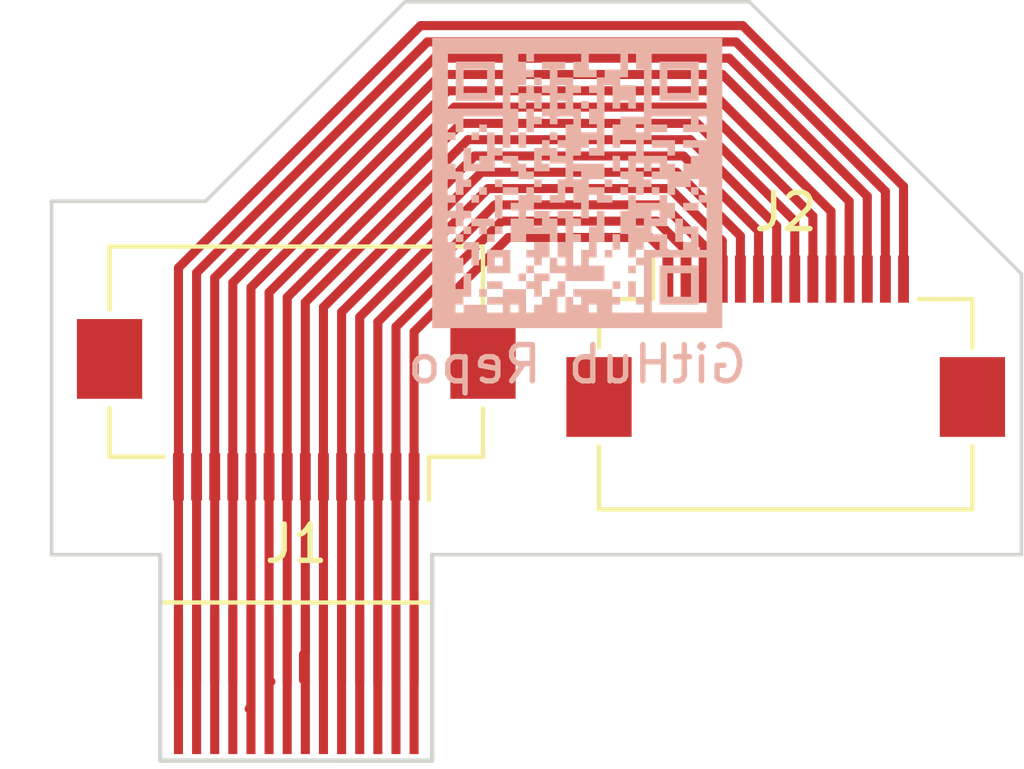
<source format=kicad_pcb>
(kicad_pcb (version 20211014) (generator pcbnew)
  (layers (0 "F.Cu" signal) (31 "B.Cu" signal) (34 "B.Paste" user) (35 "F.Paste" user) (36 "B.SilkS" user "B.Silkscreen") (37 "F.SilkS" user "F.Silkscreen") (38 "B.Mask" user) (39 "F.Mask" user) (44 "Edge.Cuts" user))
  (net 0 "")
  (net 1 "/C1P1")
  (net 2 "/C1P2")
  (net 3 "/C1P3")
  (net 4 "/C1P4")
  (net 5 "/C1P5")
  (net 6 "/C1P6")
  (net 7 "/C1P7")
  (net 8 "/C1P8")
  (net 9 "/C1P9")
  (net 10 "/C1P10")
  (net 11 "/C1P11")
  (net 12 "/C1P12")
  (net 13 "/C1P13")
  (net 14 "/C1P14")
  (footprint "consolizer:flex_long_14" (layer "F.Cu") (at 151.125 110.25 180)
    (fp_text reference "C1" hide)
    (fp_text value "trill-flex-conector_14")
    (fp_line (start -3.874493 2.18) (end -3.874493 -2.18) (layer "F.SilkS") (width 0.12))
    (fp_line (start 3.625 2.180915) (end 3.625 -2.179085) (layer "F.SilkS") (width 0.12))
    (fp_line (start -3.874493 -2.18) (end 3.625 -2.179085) (layer "F.SilkS") (width 0.12))
    (fp_line (start -3.874493 2.18) (end 3.625 2.180915) (layer "F.SilkS") (width 0.12))
    (fp_line (start -3.874493 3.5) (end -3.874493 -2.18) (layer "Edge.Cuts") (width 0.12))
    (fp_line (start -3.875 -2.18) (end 3.625 -2.179085) (layer "Edge.Cuts") (width 0.12))
    (fp_line (start 3.625 3.5) (end 3.625 -2.179085) (layer "Edge.Cuts") (width 0.12))
    (pad "1" smd rect (at -3.375 0 180) (size 0.25 4) (layers "F.Cu" "F.Paste" "F.Mask") (net 1 "/C1P1"))
    (pad "2" smd rect (at -2.875 0 180) (size 0.25 4) (layers "F.Cu" "F.Paste" "F.Mask") (net 2 "/C1P2"))
    (pad "3" smd rect (at -2.375 0 180) (size 0.25 4) (layers "F.Cu" "F.Paste" "F.Mask") (net 3 "/C1P3"))
    (pad "4" smd rect (at -1.875 0 180) (size 0.25 4) (layers "F.Cu" "F.Paste" "F.Mask") (net 4 "/C1P4"))
    (pad "5" smd rect (at -1.375 0 180) (size 0.25 4) (layers "F.Cu" "F.Paste" "F.Mask") (net 5 "/C1P5"))
    (pad "6" smd rect (at -0.875 0 180) (size 0.25 4) (layers "F.Cu" "F.Paste" "F.Mask") (net 6 "/C1P6"))
    (pad "7" smd rect (at -0.375 0 180) (size 0.25 4) (layers "F.Cu" "F.Paste" "F.Mask") (net 7 "/C1P7"))
    (pad "8" smd rect (at 0.125 0 180) (size 0.25 4) (layers "F.Cu" "F.Paste" "F.Mask") (net 8 "/C1P8"))
    (pad "9" smd rect (at 0.625 0 180) (size 0.25 4) (layers "F.Cu" "F.Paste" "F.Mask") (net 9 "/C1P9"))
    (pad "10" smd rect (at 1.125 0 180) (size 0.25 4) (layers "F.Cu" "F.Paste" "F.Mask") (net 10 "/C1P10"))
    (pad "11" smd rect (at 1.625 0 180) (size 0.25 4) (layers "F.Cu" "F.Paste" "F.Mask") (net 11 "/C1P11"))
    (pad "12" smd rect (at 2.125 0 180) (size 0.25 4) (layers "F.Cu" "F.Paste" "F.Mask") (net 12 "/C1P12"))
    (pad "13" smd rect (at 2.625 0 180) (size 0.25 4) (layers "F.Cu" "F.Paste" "F.Mask") (net 13 "/C1P13"))
    (pad "14" smd rect (at 3.125 0 180) (size 0.25 4) (layers "F.Cu" "F.Paste" "F.Mask") (net 14 "/C1P14"))
  )
  (footprint "Connector_FFC-FPC:Hirose_FH12-14S-0.5SH_1x14-1MP_P0.50mm_Horizontal" (layer "F.Cu") (at 164.75 101)
    (fp_text reference "J2" (at 0 -3.7) (layer "F.SilkS"))
    (fp_text value "Conn_01x14")
    (fp_line (start -5.15 4.5) (end 5.15 4.5) (layer "F.SilkS") (width 0.12))
    (fp_line (start -5.15 2.76) (end -5.15 4.5) (layer "F.SilkS") (width 0.12))
    (fp_line (start 3.66 -1.3) (end 5.15 -1.3) (layer "F.SilkS") (width 0.12))
    (fp_line (start 5.15 -1.3) (end 5.15 0.04) (layer "F.SilkS") (width 0.12))
    (fp_line (start 5.15 4.5) (end 5.15 2.76) (layer "F.SilkS") (width 0.12))
    (fp_line (start -3.66 -1.3) (end -3.66 -2.5) (layer "F.SilkS") (width 0.12))
    (fp_line (start -5.15 -1.3) (end -5.15 0.04) (layer "F.SilkS") (width 0.12))
    (fp_line (start -3.66 -1.3) (end -5.15 -1.3) (layer "F.SilkS") (width 0.12))
    (pad "1" smd rect (at -3.25 -1.85) (size 0.3 1.3) (layers "F.Cu" "F.Paste" "F.Mask") (net 1 "/C1P1"))
    (pad "2" smd rect (at -2.75 -1.85) (size 0.3 1.3) (layers "F.Cu" "F.Paste" "F.Mask") (net 2 "/C1P2"))
    (pad "3" smd rect (at -2.25 -1.85) (size 0.3 1.3) (layers "F.Cu" "F.Paste" "F.Mask") (net 3 "/C1P3"))
    (pad "4" smd rect (at -1.75 -1.85) (size 0.3 1.3) (layers "F.Cu" "F.Paste" "F.Mask") (net 4 "/C1P4"))
    (pad "5" smd rect (at -1.25 -1.85) (size 0.3 1.3) (layers "F.Cu" "F.Paste" "F.Mask") (net 5 "/C1P5"))
    (pad "6" smd rect (at -0.75 -1.85) (size 0.3 1.3) (layers "F.Cu" "F.Paste" "F.Mask") (net 6 "/C1P6"))
    (pad "7" smd rect (at -0.25 -1.85) (size 0.3 1.3) (layers "F.Cu" "F.Paste" "F.Mask") (net 7 "/C1P7"))
    (pad "8" smd rect (at 0.25 -1.85) (size 0.3 1.3) (layers "F.Cu" "F.Paste" "F.Mask") (net 8 "/C1P8"))
    (pad "9" smd rect (at 0.75 -1.85) (size 0.3 1.3) (layers "F.Cu" "F.Paste" "F.Mask") (net 9 "/C1P9"))
    (pad "10" smd rect (at 1.25 -1.85) (size 0.3 1.3) (layers "F.Cu" "F.Paste" "F.Mask") (net 10 "/C1P10"))
    (pad "11" smd rect (at 1.75 -1.85) (size 0.3 1.3) (layers "F.Cu" "F.Paste" "F.Mask") (net 11 "/C1P11"))
    (pad "12" smd rect (at 2.25 -1.85) (size 0.3 1.3) (layers "F.Cu" "F.Paste" "F.Mask") (net 12 "/C1P12"))
    (pad "13" smd rect (at 2.75 -1.85) (size 0.3 1.3) (layers "F.Cu" "F.Paste" "F.Mask") (net 13 "/C1P13"))
    (pad "14" smd rect (at 3.25 -1.85) (size 0.3 1.3) (layers "F.Cu" "F.Paste" "F.Mask") (net 14 "/C1P14"))
    (pad "MP" smd rect (at -5.15 1.4) (size 1.8 2.2) (layers "F.Cu" "F.Paste" "F.Mask"))
    (pad "MP" smd rect (at 5.15 1.4) (size 1.8 2.2) (layers "F.Cu" "F.Paste" "F.Mask"))
  )
  (footprint "Connector_FFC-FPC:Hirose_FH12-14S-0.5SH_1x14-1MP_P0.50mm_Horizontal" (layer "F.Cu") (at 151.25 102.75 180)
    (fp_text reference "J1" (at 0 -3.7) (layer "F.SilkS"))
    (fp_text value "Conn_01x14")
    (fp_line (start 3.66 -1.3) (end 5.15 -1.3) (layer "F.SilkS") (width 0.12))
    (fp_line (start -5.15 2.76) (end -5.15 4.5) (layer "F.SilkS") (width 0.12))
    (fp_line (start 5.15 4.5) (end 5.15 2.76) (layer "F.SilkS") (width 0.12))
    (fp_line (start 5.15 -1.3) (end 5.15 0.04) (layer "F.SilkS") (width 0.12))
    (fp_line (start -3.66 -1.3) (end -3.66 -2.5) (layer "F.SilkS") (width 0.12))
    (fp_line (start -5.15 -1.3) (end -5.15 0.04) (layer "F.SilkS") (width 0.12))
    (fp_line (start -5.15 4.5) (end 5.15 4.5) (layer "F.SilkS") (width 0.12))
    (fp_line (start -3.66 -1.3) (end -5.15 -1.3) (layer "F.SilkS") (width 0.12))
    (pad "1" smd rect (at -3.25 -1.85 180) (size 0.3 1.3) (layers "F.Cu" "F.Paste" "F.Mask") (net 1 "/C1P1"))
    (pad "2" smd rect (at -2.75 -1.85 180) (size 0.3 1.3) (layers "F.Cu" "F.Paste" "F.Mask") (net 2 "/C1P2"))
    (pad "3" smd rect (at -2.25 -1.85 180) (size 0.3 1.3) (layers "F.Cu" "F.Paste" "F.Mask") (net 3 "/C1P3"))
    (pad "4" smd rect (at -1.75 -1.85 180) (size 0.3 1.3) (layers "F.Cu" "F.Paste" "F.Mask") (net 4 "/C1P4"))
    (pad "5" smd rect (at -1.25 -1.85 180) (size 0.3 1.3) (layers "F.Cu" "F.Paste" "F.Mask") (net 5 "/C1P5"))
    (pad "6" smd rect (at -0.75 -1.85 180) (size 0.3 1.3) (layers "F.Cu" "F.Paste" "F.Mask") (net 6 "/C1P6"))
    (pad "7" smd rect (at -0.25 -1.85 180) (size 0.3 1.3) (layers "F.Cu" "F.Paste" "F.Mask") (net 7 "/C1P7"))
    (pad "8" smd rect (at 0.25 -1.85 180) (size 0.3 1.3) (layers "F.Cu" "F.Paste" "F.Mask") (net 8 "/C1P8"))
    (pad "9" smd rect (at 0.75 -1.85 180) (size 0.3 1.3) (layers "F.Cu" "F.Paste" "F.Mask") (net 9 "/C1P9"))
    (pad "10" smd rect (at 1.25 -1.85 180) (size 0.3 1.3) (layers "F.Cu" "F.Paste" "F.Mask") (net 10 "/C1P10"))
    (pad "11" smd rect (at 1.75 -1.85 180) (size 0.3 1.3) (layers "F.Cu" "F.Paste" "F.Mask") (net 11 "/C1P11"))
    (pad "12" smd rect (at 2.25 -1.85 180) (size 0.3 1.3) (layers "F.Cu" "F.Paste" "F.Mask") (net 12 "/C1P12"))
    (pad "13" smd rect (at 2.75 -1.85 180) (size 0.3 1.3) (layers "F.Cu" "F.Paste" "F.Mask") (net 13 "/C1P13"))
    (pad "14" smd rect (at 3.25 -1.85 180) (size 0.3 1.3) (layers "F.Cu" "F.Paste" "F.Mask") (net 14 "/C1P14"))
    (pad "MP" smd rect (at 5.15 1.4 180) (size 1.8 2.2) (layers "F.Cu" "F.Paste" "F.Mask"))
    (pad "MP" smd rect (at -5.15 1.4 180) (size 1.8 2.2) (layers "F.Cu" "F.Paste" "F.Mask"))
  )
  (footprint "consolizer:QR" (layer "B.Cu") (at 159 96.5 180)
    (fp_text reference "G***" hide)
    (fp_text value "LOGO" hide)
    (fp_text user "GitHub Repo" (at 0 -5 unlocked) (layer "B.SilkS") (effects (justify mirror)))
    (fp_poly (pts (xy -0.973111 0.32437) (xy -1.1848 0.32437) (xy -1.1826 0.750106) (xy -1.077856 0.751316) (xy -0.973111 0.752525)) (layer "B.SilkS") (width 0) (fill solid))
    (fp_poly (pts (xy -3.13558 -0.32437) (xy -3.347488 -0.32437) (xy -3.346278 -0.219626) (xy -3.345069 -0.114881) (xy -3.240325 -0.113672) (xy -3.13558 -0.112463)) (layer "B.SilkS") (width 0) (fill solid))
    (fp_poly (pts (xy 2.054346 -0.32437) (xy 1.626191 -0.32437) (xy 1.6274 -0.219626) (xy 1.62861 -0.114881) (xy 1.841478 -0.113781) (xy 2.054346 -0.112682)) (layer "B.SilkS") (width 0) (fill solid))
    (fp_poly (pts (xy -2.054345 0.973111) (xy -2.486839 0.973111) (xy -2.486839 0.756864) (xy -2.698528 0.756864) (xy -2.696328 1.1826) (xy -2.375337 1.183663) (xy -2.054345 1.184726)) (layer "B.SilkS") (width 0) (fill solid))
    (fp_poly (pts (xy -2.270592 -3.351827) (xy -3.351827 -3.351827) (xy -3.351827 -3.13558) (xy -3.13558 -3.13558) (xy -2.486839 -3.13558) (xy -2.486839 -2.486839) (xy -3.13558 -2.486839) (xy -3.13558 -3.13558) (xy -3.351827 -3.13558) (xy -3.351827 -2.270592) (xy -2.270592 -2.270592)) (layer "B.SilkS") (width 0) (fill solid))
    (fp_poly (pts (xy -0.756864 -0.108124) (xy -0.968772 -0.108124) (xy -0.967563 -0.003379) (xy -0.966353 0.101366) (xy -0.861609 0.102575) (xy -0.756864 0.103784)) (layer "B.SilkS") (width 0) (fill solid))
    (fp_poly (pts (xy 1.189358 -0.108124) (xy 0.97745 -0.108124) (xy 0.97866 -0.003379) (xy 0.979869 0.101366) (xy 1.084613 0.102575) (xy 1.189358 0.103784)) (layer "B.SilkS") (width 0) (fill solid))
    (fp_poly (pts (xy 2.270592 -0.973111) (xy 2.058977 -0.973111) (xy 2.06004 -0.65212) (xy 2.061103 -0.331128) (xy 2.165848 -0.329919) (xy 2.270592 -0.32871)) (layer "B.SilkS") (width 0) (fill solid))
    (fp_poly (pts (xy -2.054345 -0.32437) (xy -2.266253 -0.32437) (xy -2.265044 -0.219626) (xy -2.263835 -0.114881) (xy -2.054345 -0.112463)) (layer "B.SilkS") (width 0) (fill solid))
    (fp_poly (pts (xy 2.919333 -1.189358) (xy 2.703086 -1.189358) (xy 2.703086 -1.405605) (xy 2.491345 -1.405605) (xy 2.491345 -1.189358) (xy 2.274932 -1.189358) (xy 2.276141 -1.084613) (xy 2.27735 -0.979869) (xy 2.598342 -0.978806) (xy 2.919333 -0.977743)) (layer "B.SilkS") (width 0) (fill solid))
    (fp_poly (pts (xy 3.13558 -1.405605) (xy 2.923672 -1.405605) (xy 2.924882 -1.30086) (xy 2.926091 -1.196116) (xy 3.030835 -1.194906) (xy 3.13558 -1.193697)) (layer "B.SilkS") (width 0) (fill solid))
    (fp_poly (pts (xy 1.405605 2.482334) (xy 1.621852 2.482334) (xy 1.621852 2.054345) (xy 1.41011 2.054345) (xy 1.41011 2.270592) (xy 1.189358 2.270592) (xy 1.189358 2.054345) (xy 0.977669 2.054345) (xy 0.978769 2.267213) (xy 0.979869 2.480082) (xy 1.086785 2.481289) (xy 1.1937 2.482497) (xy 1.194908 2.589413) (xy 1.196116 2.696328) (xy 1.30086 2.697538) (xy 1.405605 2.698747)) (layer "B.SilkS") (width 0) (fill solid))
    (fp_poly (pts (xy 1.405605 1.405605) (xy 1.193863 1.405605) (xy 1.193863 1.621852) (xy 0.97745 1.621852) (xy 0.97866 1.726596) (xy 0.979869 1.831341) (xy 1.086785 1.832548) (xy 1.1937 1.833756) (xy 1.196116 2.047588) (xy 1.30086 2.048797) (xy 1.405605 2.050006)) (layer "B.SilkS") (width 0) (fill solid))
    (fp_poly (pts (xy 1.189358 -2.707591) (xy 1.405605 -2.707591) (xy 1.405605 -2.919333) (xy 1.189358 -2.919333) (xy 1.189358 -3.13558) (xy 0.977194 -3.13558) (xy 0.977627 -3.028583) (xy 0.977751 -2.989777) (xy 0.977838 -2.945465) (xy 0.977885 -2.89915) (xy 0.977887 -2.854334) (xy 0.977843 -2.814521) (xy 0.977839 -2.812336) (xy 0.977616 -2.703086) (xy 0.761203 -2.703086) (xy 0.762413 -2.598342) (xy 0.763622 -2.493597) (xy 1.189358 -2.491397)) (layer "B.SilkS") (width 0) (fill solid))
    (fp_poly (pts (xy 2.703086 1.405605) (xy 2.491178 1.405605) (xy 2.492388 1.510349) (xy 2.493597 1.615094) (xy 2.598342 1.616303) (xy 2.703086 1.617513)) (layer "B.SilkS") (width 0) (fill solid))
    (fp_poly (pts (xy 1.621852 -2.703086) (xy 1.409944 -2.703086) (xy 1.411153 -2.598342) (xy 1.412363 -2.493597) (xy 1.517107 -2.492388) (xy 1.621852 -2.491178)) (layer "B.SilkS") (width 0) (fill solid))
    (fp_poly (pts (xy -1.189358 -0.32437) (xy -1.401266 -0.32437) (xy -1.400056 -0.219626) (xy -1.398847 -0.114881) (xy -1.294102 -0.113672) (xy -1.189358 -0.112463)) (layer "B.SilkS") (width 0) (fill solid))
    (fp_poly (pts (xy 1.621852 0.973111) (xy 1.410163 0.973111) (xy 1.412363 1.398847) (xy 1.517107 1.400056) (xy 1.621852 1.401266)) (layer "B.SilkS") (width 0) (fill solid))
    (fp_poly (pts (xy -0.108123 2.054345) (xy -0.320031 2.054345) (xy -0.317613 2.263835) (xy -0.108123 2.266253)) (layer "B.SilkS") (width 0) (fill solid))
    (fp_poly (pts (xy 2.270592 -0.108124) (xy 2.058685 -0.108124) (xy 2.061103 0.101366) (xy 2.165848 0.102575) (xy 2.270592 0.103784)) (layer "B.SilkS") (width 0) (fill solid))
    (fp_poly (pts (xy 2.486839 -2.486839) (xy 1.84273 -2.486839) (xy 1.843431 -2.275098) (xy 2.054346 -2.275098) (xy 2.275098 -2.275098) (xy 2.275098 -2.054346) (xy 2.054346 -2.054346) (xy 2.054346 -2.275098) (xy 1.843431 -2.275098) (xy 1.843793 -2.165848) (xy 1.844856 -1.844856) (xy 2.165848 -1.843793) (xy 2.486839 -1.84273)) (layer "B.SilkS") (width 0) (fill solid))
    (fp_poly (pts (xy -0.540617 -1.193863) (xy -0.32437 -1.193863) (xy -0.32437 -1.842604) (xy -0.108123 -1.842604) (xy -0.108123 -2.275098) (xy 0.112629 -2.275098) (xy 0.112752 -2.169227) (xy 0.112789 -2.131469) (xy 0.112822 -2.088027) (xy 0.112848 -2.042226) (xy 0.112866 -1.997393) (xy 0.112874 -1.956852) (xy 0.112874 -1.950727) (xy 0.112868 -1.911001) (xy 0.112852 -1.866212) (xy 0.112827 -1.819751) (xy 0.112795 -1.775006) (xy 0.112758 -1.735364) (xy 0.112752 -1.729975) (xy 0.112629 -1.621852) (xy -0.103784 -1.621852) (xy -0.102575 -1.517107) (xy -0.101366 -1.412363) (xy 0.005632 -1.411155) (xy 0.112629 -1.409947) (xy 0.112629 -1.189358) (xy -0.103784 -1.189358) (xy -0.102575 -1.084613) (xy -0.101366 -0.979869) (xy 0.00555 -0.978661) (xy 0.112466 -0.977454) (xy 0.113674 -0.870538) (xy 0.114881 -0.763622) (xy 0.540617 -0.761422) (xy 0.540617 -0.973111) (xy 0.32437 -0.973111) (xy 0.32437 -1.626357) (xy 0.540617 -1.626357) (xy 0.540617 -2.054346) (xy 0.32437 -2.054346) (xy 0.32437 -2.275098) (xy 0.544959 -2.275098) (xy 0.546167 -2.1681) (xy 0.547375 -2.061103) (xy 0.65212 -2.059894) (xy 0.756864 -2.058685) (xy 0.756864 -2.486839) (xy 0.32437 -2.486839) (xy 0.32437 -2.703086) (xy -0.752306 -2.703086) (xy -0.750106 -2.27735) (xy -0.641983 -2.276409) (xy -0.602659 -2.276105) (xy -0.558027 -2.275821) (xy -0.511642 -2.275578) (xy -0.46706 -2.275393) (xy -0.427834 -2.275285) (xy -0.426862 -2.275283) (xy -0.319865 -2.275098) (xy -0.319865 -2.054346) (xy -0.536535 -2.054346) (xy -0.536101 -1.947348) (xy -0.535977 -1.908543) (xy -0.53589 -1.864231) (xy -0.535844 -1.817915) (xy -0.535841 -1.773099) (xy -0.535885 -1.733287) (xy -0.53589 -1.731102) (xy -0.536112 -1.621852) (xy -0.752196 -1.621852) (xy -0.750106 -0.763622) (xy -0.645362 -0.762413) (xy -0.540617 -0.761203)) (layer "B.SilkS") (width 0) (fill solid))
    (fp_poly (pts (xy -0.973111 -2.919333) (xy -1.185019 -2.919333) (xy -1.183809 -2.814589) (xy -1.1826 -2.709844) (xy -1.077856 -2.708635) (xy -0.973111 -2.707425)) (layer "B.SilkS") (width 0) (fill solid))
    (fp_poly (pts (xy 4.000568 -4.000568) (xy -4.000567 -4.000568) (xy -4.000567 -3.568074) (xy -3.568074 -3.568074) (xy -2.054345 -3.568074) (xy -2.054345 -2.054346) (xy -3.568074 -2.054346) (xy -3.568074 -3.568074) (xy -4.000567 -3.568074) (xy -4.000567 -1.842604) (xy -3.568074 -1.842604) (xy -3.347322 -1.842604) (xy -3.347189 -1.735607) (xy -3.347138 -1.708113) (xy -3.347048 -1.673159) (xy -3.346923 -1.632295) (xy -3.34677 -1.587069) (xy -3.346593 -1.539033) (xy -3.346398 -1.489735) (xy -3.34619 -1.440725) (xy -3.346062 -1.412363) (xy -3.345069 -1.196116) (xy -3.236946 -1.195175) (xy -3.19763 -1.19487) (xy -3.153015 -1.194587) (xy -3.106653 -1.194343) (xy -3.062096 -1.194158) (xy -3.022896 -1.19405) (xy -3.021907 -1.194048) (xy -2.914991 -1.193863) (xy -2.912575 -0.979869) (xy -2.807831 -0.97866) (xy -2.703086 -0.97745) (xy -2.703086 -1.621852) (xy -2.914828 -1.621852) (xy -2.914828 -1.405605) (xy -3.13558 -1.405605) (xy -3.13558 -1.626357) (xy -2.919333 -1.626357) (xy -2.919333 -1.842604) (xy -2.810083 -1.842826) (xy -2.758262 -1.842896) (xy -2.708687 -1.842894) (xy -2.662112 -1.842825) (xy -2.619295 -1.842693) (xy -2.580989 -1.842503) (xy -2.547951 -1.842259) (xy -2.520936 -1.841966) (xy -2.5007 -1.841629) (xy -2.487996 -1.841252) (xy -2.483593 -1.840859) (xy -2.483307 -1.83623) (xy -2.482996 -1.823475) (xy -2.482672 -1.803476) (xy -2.482343 -1.777115) (xy -2.482019 -1.745278) (xy -2.481711 -1.708845) (xy -2.481428 -1.668701) (xy -2.481182 -1.625956) (xy -2.480082 -1.412363) (xy -2.371958 -1.411422) (xy -2.332634 -1.411117) (xy -2.288002 -1.410834) (xy -2.241618 -1.41059) (xy -2.197035 -1.410405) (xy -2.157809 -1.410297) (xy -2.156837 -1.410295) (xy -2.04984 -1.41011) (xy -2.04984 -1.193863) (xy -1.838099 -1.193863) (xy -1.617346 -1.193863) (xy -1.617346 -0.973111) (xy -1.838099 -0.973111) (xy -1.838099 -1.193863) (xy -2.04984 -1.193863) (xy -2.04984 -1.189358) (xy -2.482334 -1.189358) (xy -2.482334 -0.977616) (xy -2.270592 -0.977616) (xy -2.04984 -0.977616) (xy -2.04984 -0.756864) (xy -2.270592 -0.756864) (xy -2.270592 -0.977616) (xy -2.482334 -0.977616) (xy -2.482334 -0.973111) (xy -2.698528 -0.973111) (xy -2.696328 -0.547375) (xy -2.589413 -0.546167) (xy -2.482497 -0.54496) (xy -2.481289 -0.438044) (xy -2.480082 -0.331128) (xy -2.270592 -0.32871) (xy -2.270592 -0.545122) (xy -2.162469 -0.545245) (xy -2.069084 -0.545325) (xy -1.971269 -0.545361) (xy -1.872762 -0.545352) (xy -1.777298 -0.545298) (xy -1.723299 -0.545245) (xy -1.61751 -0.545122) (xy -1.615094 -0.331128) (xy -1.510349 -0.329919) (xy -1.405605 -0.32871) (xy -1.405605 -0.761369) (xy -1.189358 -0.761369) (xy -1.189358 -1.405605) (xy -1.405605 -1.405605) (xy -1.405605 -2.054346) (xy -1.617346 -2.054346) (xy -1.617346 -1.838099) (xy -1.833593 -1.838099) (xy -1.833593 -1.621852) (xy -2.270592 -1.621852) (xy -2.270592 -1.842604) (xy -2.161343 -1.842826) (xy -2.121948 -1.842874) (xy -2.077337 -1.842874) (xy -2.031012 -1.84283) (xy -1.986478 -1.842745) (xy -1.947237 -1.842623) (xy -1.945096 -1.842615) (xy -1.838099 -1.842181) (xy -1.838099 -2.058851) (xy -1.621852 -2.058851) (xy -1.621852 -2.270592) (xy -1.838099 -2.270592) (xy -1.838099 -3.140085) (xy -1.621852 -3.140085) (xy -1.621852 -3.351827) (xy -1.838099 -3.351827) (xy -1.838099 -3.572419) (xy -1.728849 -3.573625) (xy -1.701107 -3.573855) (xy -1.665888 -3.574024) (xy -1.624728 -3.574132) (xy -1.57916 -3.574177) (xy -1.530717 -3.57416) (xy -1.480935 -3.57408) (xy -1.431346 -3.573935) (xy -1.398847 -3.5738) (xy -1.350477 -3.573583) (xy -1.301068 -3.573377) (xy -1.252121 -3.573187) (xy -1.205138 -3.57302) (xy -1.161621 -3.572879) (xy -1.12307 -3.57277) (xy -1.090988 -3.572699) (xy -1.07335 -3.572674) (xy -0.968606 -3.572579) (xy -0.540617 -3.572579) (xy -0.319865 -3.572579) (xy -0.319865 -3.351827) (xy -0.540617 -3.351827) (xy -0.540617 -3.572579) (xy -0.968606 -3.572579) (xy -0.968606 -3.351827) (xy -1.185019 -3.351827) (xy -1.183809 -3.247082) (xy -1.1826 -3.142338) (xy -1.075684 -3.14113) (xy -0.968769 -3.139923) (xy -0.966353 -2.926091) (xy -0.429115 -2.925057) (xy 0.108124 -2.924023) (xy 0.108124 -3.13558) (xy -0.108123 -3.13558) (xy -0.108123 -3.356332) (xy 0.112466 -3.356332) (xy 0.113673 -3.249335) (xy 0.114881 -3.142338) (xy 0.219626 -3.141128) (xy 0.32437 -3.139919) (xy 0.32437 -3.572579) (xy 0.54481 -3.572579) (xy 0.546093 -3.463329) (xy 0.546429 -3.423699) (xy 0.546599 -3.378631) (xy 0.546604 -3.331695) (xy 0.546442 -3.286461) (xy 0.546115 -3.246499) (xy 0.546095 -3.24483) (xy 0.544816 -3.13558) (xy 0.328928 -3.13558) (xy 0.331128 -2.709844) (xy 0.435873 -2.708635) (xy 0.540617 -2.707425) (xy 0.540617 -2.923838) (xy 0.756864 -2.923838) (xy 0.756864 -3.140085) (xy 0.973111 -3.140085) (xy 0.973111 -3.356332) (xy 1.189358 -3.356332) (xy 1.189358 -3.572579) (xy 1.41011 -3.572579) (xy 1.621852 -3.572579) (xy 1.842604 -3.572579) (xy 1.842604 -3.351827) (xy 1.621852 -3.351827) (xy 1.621852 -3.572579) (xy 1.41011 -3.572579) (xy 1.410243 -3.465582) (xy 1.410294 -3.438088) (xy 1.410384 -3.403135) (xy 1.410508 -3.36227) (xy 1.410662 -3.317045) (xy 1.410839 -3.269008) (xy 1.411034 -3.21971) (xy 1.411242 -3.1707) (xy 1.411369 -3.142338) (xy 1.412363 -2.926091) (xy 1.733354 -2.925028) (xy 2.054346 -2.923965) (xy 2.054346 -3.140085) (xy 2.163595 -3.140307) (xy 2.20299 -3.140355) (xy 2.247601 -3.140355) (xy 2.293926 -3.140311) (xy 2.33846 -3.140227) (xy 2.377701 -3.140105) (xy 2.379842 -3.140096) (xy 2.486839 -3.139663) (xy 2.486839 -3.351827) (xy 2.054346 -3.351827) (xy 2.054346 -3.572272) (xy 2.163595 -3.573552) (xy 2.203216 -3.573887) (xy 2.248268 -3.574057) (xy 2.295182 -3.57406) (xy 2.340391 -3.573898) (xy 2.380326 -3.573569) (xy 2.382014 -3.57355) (xy 2.491182 -3.572268) (xy 2.49239 -3.465426) (xy 2.493597 -3.358585) (xy 2.814589 -3.357522) (xy 3.13558 -3.356458) (xy 3.13558 -3.572579) (xy 3.356332 -3.572579) (xy 3.356332 -3.351827) (xy 3.140085 -3.351827) (xy 3.140085 -3.13558) (xy 2.923965 -3.13558) (xy 2.925028 -2.814589) (xy 2.926091 -2.493597) (xy 3.030835 -2.492388) (xy 3.13558 -2.491178) (xy 3.13558 -2.923838) (xy 3.35602 -2.923838) (xy 3.357302 -2.814589) (xy 3.357639 -2.774959) (xy 3.357809 -2.729891) (xy 3.357814 -2.682954) (xy 3.357652 -2.63772) (xy 3.357324 -2.597759) (xy 3.357305 -2.596089) (xy 3.356025 -2.486839) (xy 3.140138 -2.486839) (xy 3.142338 -2.061103) (xy 3.249335 -2.059895) (xy 3.356332 -2.058688) (xy 3.356517 -1.951772) (xy 3.356623 -1.912774) (xy 3.356806 -1.868319) (xy 3.357048 -1.821959) (xy 3.357331 -1.777246) (xy 3.357635 -1.737734) (xy 3.357644 -1.736733) (xy 3.358585 -1.62861) (xy 3.572579 -1.626194) (xy 3.572579 -1.405605) (xy 3.356166 -1.405605) (xy 3.357375 -1.30086) (xy 3.358585 -1.196116) (xy 3.572579 -1.1937) (xy 3.572579 -0.973111) (xy 3.351827 -0.973111) (xy 3.351827 -1.189358) (xy 3.140085 -1.189358) (xy 3.140085 -0.973111) (xy 2.923672 -0.973111) (xy 2.924882 -0.868367) (xy 2.926091 -0.763622) (xy 3.033007 -0.762414) (xy 3.139923 -0.761207) (xy 3.14113 -0.654291) (xy 3.142338 -0.547375) (xy 3.247082 -0.546166) (xy 3.351827 -0.544956) (xy 3.351827 -0.761369) (xy 3.572579 -0.761369) (xy 3.572579 -0.540617) (xy 3.356166 -0.540617) (xy 3.357375 -0.435873) (xy 3.358585 -0.331128) (xy 3.465426 -0.329921) (xy 3.572268 -0.328713) (xy 3.57355 -0.219545) (xy 3.573886 -0.179945) (xy 3.574056 -0.134904) (xy 3.574061 -0.08799) (xy 3.573899 -0.042771) (xy 3.573571 -0.002815) (xy 3.573552 -0.001126) (xy 3.572272 0.108123) (xy 3.351827 0.108123) (xy 3.351827 -0.32437) (xy 3.140085 -0.32437) (xy 3.140085 -0.108124) (xy 2.923672 -0.108124) (xy 2.924882 -0.003379) (xy 2.926091 0.101366) (xy 3.033007 0.102573) (xy 3.139923 0.103781) (xy 3.14113 0.210697) (xy 3.142338 0.317613) (xy 3.249254 0.31882) (xy 3.356169 0.320028) (xy 3.357377 0.426944) (xy 3.358585 0.533859) (xy 3.572579 0.536275) (xy 3.572702 0.642064) (xy 3.572739 0.679793) (xy 3.572772 0.723208) (xy 3.572799 0.768987) (xy 3.572817 0.813805) (xy 3.572825 0.854338) (xy 3.572825 0.860482) (xy 3.572819 0.900209) (xy 3.572802 0.944997) (xy 3.572777 0.991458) (xy 3.572745 1.036204) (xy 3.572708 1.075845) (xy 3.572702 1.081234) (xy 3.572579 1.189358) (xy 3.356166 1.189358) (xy 3.357375 1.294102) (xy 3.358585 1.398847) (xy 3.572579 1.401263) (xy 3.572579 1.621852) (xy 3.351827 1.621852) (xy 3.351827 1.405605) (xy 3.139663 1.405605) (xy 3.140096 1.512602) (xy 3.14022 1.551407) (xy 3.140307 1.59572) (xy 3.140354 1.642035) (xy 3.140356 1.686851) (xy 3.140312 1.726664) (xy 3.140307 1.728849) (xy 3.140085 1.838099) (xy 2.054346 1.838099) (xy 2.054346 0.973111) (xy 1.842181 0.973111) (xy 1.842615 1.080108) (xy 1.842739 1.118914) (xy 1.842826 1.163226) (xy 1.842872 1.209542) (xy 1.842875 1.254357) (xy 1.84283 1.29417) (xy 1.842826 1.296355) (xy 1.842604 1.405605) (xy 1.626483 1.405605) (xy 1.627546 1.726596) (xy 1.62861 2.047588) (xy 1.735451 2.048795) (xy 1.842293 2.050003) (xy 1.842344 2.054345) (xy 2.054346 2.054345) (xy 3.568074 2.054345) (xy 3.568074 3.568074) (xy 2.054346 3.568074) (xy 2.054346 2.054345) (xy 1.842344 2.054345) (xy 1.843574 2.159171) (xy 1.843911 2.198771) (xy 1.844081 2.243812) (xy 1.844085 2.290726) (xy 1.843924 2.335945) (xy 1.843596 2.375901) (xy 1.843577 2.377589) (xy 1.842297 2.486839) (xy 1.626357 2.486839) (xy 1.626357 2.703086) (xy 1.41011 2.703086) (xy 1.41011 2.919333) (xy 1.193697 2.919333) (xy 1.194906 3.024078) (xy 1.196116 3.128822) (xy 1.303032 3.13003) (xy 1.409947 3.131237) (xy 1.412363 3.345069) (xy 1.626357 3.347485) (xy 1.626357 3.568074) (xy 1.405605 3.568074) (xy 1.405605 3.351827) (xy 1.193863 3.351827) (xy 1.193863 3.568074) (xy -0.108123 3.568074) (xy -0.108123 3.347322) (xy 0.108124 3.347322) (xy 0.108124 2.919333) (xy -0.536278 2.919333) (xy -0.535069 3.024078) (xy -0.533859 3.128822) (xy -0.427018 3.13003) (xy -0.320176 3.131237) (xy -0.318894 3.240406) (xy -0.318558 3.280006) (xy -0.318388 3.325046) (xy -0.318384 3.37196) (xy -0.318545 3.417179) (xy -0.318873 3.457135) (xy -0.318892 3.458824) (xy -0.320172 3.568074) (xy -1.189358 3.568074) (xy -1.189358 3.131075) (xy -1.080108 3.130853) (xy -1.040713 3.130805) (xy -0.996102 3.130805) (xy -0.949778 3.130849) (xy -0.905243 3.130933) (xy -0.866002 3.131055) (xy -0.863861 3.131064) (xy -0.756864 3.131497) (xy -0.756864 2.914828) (xy -0.540617 2.914828) (xy -0.540617 2.698581) (xy -0.32437 2.698581) (xy -0.32437 2.486839) (xy -0.540617 2.486839) (xy -0.540617 2.04984) (xy -0.32437 2.04984) (xy -0.32437 1.621852) (xy -0.540617 1.621852) (xy -0.540617 1.4011) (xy -0.431367 1.400877) (xy -0.378905 1.400807) (xy -0.328874 1.40081) (xy -0.282014 1.400881) (xy -0.239063 1.401017) (xy -0.200761 1.401212) (xy -0.167846 1.401462) (xy -0.141058 1.401763) (xy -0.121134 1.40211) (xy -0.108815 1.402499) (xy -0.10484 1.402882) (xy -0.104603 1.407494) (xy -0.104351 1.420398) (xy -0.104088 1.440877) (xy -0.103819 1.468214) (xy -0.103551 1.501689) (xy -0.103288 1.540586) (xy -0.103035 1.584186) (xy -0.102799 1.631772) (xy -0.102584 1.682626) (xy -0.102429 1.725908) (xy -0.101366 2.047588) (xy 0.005476 2.048795) (xy 0.097901 2.04984) (xy 0.32437 2.04984) (xy 0.545122 2.04984) (xy 0.545122 2.270592) (xy 0.32437 2.270592) (xy 0.32437 2.04984) (xy 0.097901 2.04984) (xy 0.112317 2.050003) (xy 0.113599 2.159171) (xy 0.113935 2.198771) (xy 0.114106 2.243812) (xy 0.11411 2.290726) (xy 0.113949 2.335945) (xy 0.113621 2.375901) (xy 0.113602 2.377589) (xy 0.112375 2.482334) (xy 0.32437 2.482334) (xy 0.545122 2.482334) (xy 0.545122 2.703086) (xy 0.32437 2.703086) (xy 0.32437 2.482334) (xy 0.112375 2.482334) (xy 0.112322 2.486839) (xy -0.103784 2.486839) (xy -0.102575 2.591584) (xy -0.101366 2.696328) (xy 0.112466 2.698744) (xy 0.113674 2.805659) (xy 0.114881 2.912575) (xy 0.223005 2.913516) (xy 0.262329 2.913821) (xy 0.30696 2.914104) (xy 0.353345 2.914348) (xy 0.397928 2.914533) (xy 0.437154 2.914641) (xy 0.438125 2.914643) (xy 0.545122 2.914828) (xy 0.545122 3.13558) (xy 0.32871 3.13558) (xy 0.329919 3.240325) (xy 0.331128 3.345069) (xy 0.65212 3.346132) (xy 0.973111 3.347195) (xy 0.973111 3.13558) (xy 0.756864 3.13558) (xy 0.756864 2.698581) (xy 0.973111 2.698581) (xy 0.973111 2.486839) (xy 0.756864 2.486839) (xy 0.756864 2.04984) (xy 0.973111 2.04984) (xy 0.973111 1.838099) (xy 0.756864 1.838099) (xy 0.756864 1.621852) (xy 0.545122 1.621852) (xy 0.545122 1.838099) (xy 0.108124 1.838099) (xy 0.108124 1.617346) (xy 0.32437 1.617346) (xy 0.32437 1.184853) (xy 0.540617 1.184853) (xy 0.540617 0.973111) (xy 0.32437 0.973111) (xy 0.32437 0.752359) (xy 0.544959 0.752359) (xy 0.547375 0.966353) (xy 0.761207 0.968769) (xy 0.762414 1.075684) (xy 0.763622 1.1826) (xy 0.868367 1.183809) (xy 0.973111 1.185019) (xy 0.973111 0.968606) (xy 1.189358 0.968606) (xy 1.189358 0.32437) (xy 0.761203 0.32437) (xy 0.762413 0.429115) (xy 0.763622 0.533859) (xy 0.977616 0.536275) (xy 0.977616 0.756864) (xy 0.756864 0.756864) (xy 0.756864 0.540617) (xy 0.32437 0.540617) (xy 0.32437 0.103618) (xy 0.540617 0.103618) (xy 0.540617 -0.328876) (xy 0.756864 -0.328876) (xy 0.756864 -0.540617) (xy 0.328453 -0.540617) (xy 0.328887 -0.43362) (xy 0.32901 -0.394815) (xy 0.329097 -0.350502) (xy 0.329144 -0.304187) (xy 0.329147 -0.259371) (xy 0.329102 -0.219558) (xy 0.329098 -0.217373) (xy 0.328876 -0.108124) (xy 0.108124 -0.108124) (xy 0.108124 -0.540617) (xy -0.108123 -0.540617) (xy -0.108123 -0.973111) (xy -0.319961 -0.973111) (xy -0.31976 -0.75799) (xy -0.31972 -0.709866) (xy -0.319691 -0.660415) (xy -0.319671 -0.611213) (xy -0.319661 -0.563835) (xy -0.319662 -0.519857) (xy -0.319673 -0.480854) (xy -0.319695 -0.4484) (xy -0.319712 -0.43362) (xy -0.319865 -0.32437) (xy -0.540617 -0.32437) (xy -0.540617 -0.540617) (xy -0.968772 -0.540617) (xy -0.967563 -0.435873) (xy -0.966353 -0.331128) (xy -0.859437 -0.329921) (xy -0.752522 -0.328713) (xy -0.750106 -0.114881) (xy -0.641983 -0.11394) (xy -0.602659 -0.113636) (xy -0.558027 -0.113352) (xy -0.511642 -0.113109) (xy -0.46706 -0.112924) (xy -0.427834 -0.112816) (xy -0.426862 -0.112814) (xy -0.319865 -0.112629) (xy -0.319865 0.103618) (xy -0.108123 0.103618) (xy 0.112629 0.103618) (xy 0.112629 0.32437) (xy -0.108123 0.32437) (xy -0.108123 0.103618) (xy -0.319865 0.103618) (xy -0.319865 0.108123) (xy -0.752306 0.108123) (xy -0.750106 0.533859) (xy -0.425736 0.534873) (xy -0.368997 0.535047) (xy -0.312271 0.535215) (xy -0.256617 0.535374) (xy -0.203096 0.535522) (xy -0.152767 0.535654) (xy -0.106689 0.53577) (xy -0.065923 0.535866) (xy -0.031528 0.535939) (xy -0.004563 0.535986) (xy 0.005632 0.535999) (xy 0.112629 0.536112) (xy 0.112629 0.756864) (xy -0.103618 0.756864) (xy -0.103618 0.973111) (xy -0.319865 0.973111) (xy -0.319865 1.189358) (xy -0.540617 1.189358) (xy -0.540617 0.968606) (xy -0.32437 0.968606) (xy -0.32437 0.756864) (xy -0.752182 0.756864) (xy -0.75218 1.620725) (xy -0.75218 1.71006) (xy -0.752182 1.797994) (xy -0.752184 1.884017) (xy -0.752187 1.967615) (xy -0.75219 2.048278) (xy -0.752195 2.125492) (xy -0.7522 2.198746) (xy -0.752206 2.267528) (xy -0.752212 2.331325) (xy -0.752219 2.389625) (xy -0.752227 2.441917) (xy -0.752234 2.487688) (xy -0.752243 2.526427) (xy -0.752252 2.55762) (xy -0.752261 2.580756) (xy -0.752269 2.593836) (xy -0.752359 2.703086) (xy -0.973111 2.703086) (xy -0.973111 2.054345) (xy -1.184853 2.054345) (xy -1.184853 2.270592) (xy -1.405605 2.270592) (xy -1.405605 2.054345) (xy -1.61722 2.054345) (xy -1.616157 2.375337) (xy -1.615094 2.696328) (xy -1.50697 2.69727) (xy -1.467647 2.697574) (xy -1.423015 2.697857) (xy -1.37663 2.698101) (xy -1.332047 2.698286) (xy -1.292821 2.698394) (xy -1.29185 2.698396) (xy -1.184853 2.698581) (xy -1.184853 2.919333) (xy -1.401195 2.919333) (xy -1.400994 3.134454) (xy -1.400955 3.182579) (xy -1.400925 3.23203) (xy -1.400905 3.281231) (xy -1.400896 3.328609) (xy -1.400896 3.372587) (xy -1.400907 3.41159) (xy -1.400929 3.444044) (xy -1.400946 3.458824) (xy -1.4011 3.568074) (xy -1.621852 3.568074) (xy -1.621852 3.13558) (xy -1.838099 3.13558) (xy -1.838099 1.833593) (xy -1.728849 1.83344) (xy -1.700769 1.833412) (xy -1.665254 1.833395) (xy -1.623879 1.833389) (xy -1.578219 1.833392) (xy -1.529849 1.833407) (xy -1.480345 1.833431) (xy -1.43128 1.833465) (xy -1.404478 1.833488) (xy -1.189358 1.833689) (xy -1.189358 1.617346) (xy -0.973111 1.617346) (xy -0.973111 0.973111) (xy -1.184853 0.973111) (xy -1.184853 1.189358) (xy -1.621852 1.189358) (xy -1.621852 0.752359) (xy -1.405605 0.752359) (xy -1.405605 0.319865) (xy -1.189358 0.319865) (xy -1.189358 0.108123) (xy -1.405605 0.108123) (xy -1.405605 -0.108124) (xy -1.621852 -0.108124) (xy -1.621852 -0.32437) (xy -1.833593 -0.32437) (xy -1.833593 -0.108124) (xy -2.050006 -0.108124) (xy -2.047588 0.101366) (xy -1.940672 0.102573) (xy -1.833756 0.103781) (xy -1.832548 0.210697) (xy -1.831341 0.317613) (xy -1.724344 0.31882) (xy -1.617346 0.320028) (xy -1.617346 0.540617) (xy -1.838099 0.540617) (xy -1.838099 0.32437) (xy -2.04984 0.32437) (xy -2.04984 0.540617) (xy -2.270592 0.540617) (xy -2.270592 0.319865) (xy -2.054345 0.319865) (xy -2.054345 0.108123) (xy -2.486839 0.108123) (xy -2.486839 -0.32437) (xy -2.698581 -0.32437) (xy -2.698581 -0.108124) (xy -3.131075 -0.108124) (xy -3.131075 0.108123) (xy -3.351827 0.108123) (xy -3.351827 -0.108124) (xy -3.568074 -0.108124) (xy -3.568074 -0.328876) (xy -3.351827 -0.328876) (xy -3.351827 -0.540617) (xy -3.568074 -0.540617) (xy -3.568074 -1.842604) (xy -4.000567 -1.842604) (xy -4.000567 1.184853) (xy -3.568074 1.184853) (xy -3.458824 1.184699) (xy -3.430744 1.184671) (xy -3.395229 1.184654) (xy -3.353854 1.184648) (xy -3.308194 1.184652) (xy -3.259825 1.184666) (xy -3.21032 1.18469) (xy -3.161256 1.184724) (xy -3.134454 1.184747) (xy -2.919333 1.184948) (xy -2.919333 0.973111) (xy -3.351827 0.973111) (xy -3.351827 0.752359) (xy -3.13558 0.752359) (xy -3.13558 0.536112) (xy -2.919333 0.536112) (xy -2.919333 0.319865) (xy -2.698744 0.319865) (xy -2.696328 0.533859) (xy -2.589413 0.535067) (xy -2.482497 0.536275) (xy -2.481289 0.643191) (xy -2.480082 0.750106) (xy -2.158402 0.75117) (xy -2.105419 0.751363) (xy -2.05512 0.751582) (xy -2.008223 0.751822) (xy -1.965446 0.752077) (xy -1.927506 0.752341) (xy -1.895121 0.75261) (xy -1.869009 0.752878) (xy -1.849889 0.75314) (xy -1.838476 0.75339) (xy -1.835375 0.75358) (xy -1.834953 0.758402) (xy -1.834568 0.771494) (xy -1.834226 0.792119) (xy -1.833929 0.819537) (xy -1.833684 0.85301) (xy -1.833494 0.891798) (xy -1.833365 0.935162) (xy -1.8333 0.982364) (xy -1.833304 1.032664) (xy -1.833371 1.080108) (xy -1.833593 1.189358) (xy -2.04984 1.189358) (xy -2.04984 1.4011) (xy -1.838099 1.4011) (xy -1.617346 1.4011) (xy -1.617346 1.621852) (xy -1.838099 1.621852) (xy -1.838099 1.4011) (xy -2.04984 1.4011) (xy -2.04984 1.405605) (xy -2.4825 1.405605) (xy -2.481291 1.510349) (xy -2.480082 1.615094) (xy -2.371958 1.616035) (xy -2.332634 1.61634) (xy -2.288002 1.616623) (xy -2.241618 1.616866) (xy -2.197035 1.617051) (xy -2.157809 1.61716) (xy -2.156837 1.617161) (xy -2.04984 1.617346) (xy -2.04984 1.838099) (xy -3.13558 1.838099) (xy -3.13558 1.617346) (xy -2.919333 1.617346) (xy -2.919333 1.405605) (xy -3.568074 1.405605) (xy -3.568074 1.184853) (xy -4.000567 1.184853) (xy -4.000567 1.617346) (xy -3.568074 1.617346) (xy -3.347322 1.617346) (xy -3.347322 1.838099) (xy -3.568074 1.838099) (xy -3.568074 1.617346) (xy -4.000567 1.617346) (xy -4.000567 2.054345) (xy -3.568074 2.054345) (xy -2.054345 2.054345) (xy -2.054345 3.568074) (xy -3.568074 3.568074) (xy -3.568074 2.054345) (xy -4.000567 2.054345) (xy -4.000567 4.000567) (xy 4.000568 4.000567)) (layer "B.SilkS") (width 0) (fill solid))
    (fp_poly (pts (xy 3.351827 -1.621852) (xy 3.139919 -1.621852) (xy 3.141128 -1.517107) (xy 3.142338 -1.412363) (xy 3.247082 -1.411153) (xy 3.351827 -1.409944)) (layer "B.SilkS") (width 0) (fill solid))
    (fp_poly (pts (xy 2.054346 0.540617) (xy 1.838099 0.540617) (xy 1.838099 0.32437) (xy 1.621852 0.32437) (xy 1.621852 0.108123) (xy 1.193697 0.108123) (xy 1.194906 0.212868) (xy 1.196116 0.317613) (xy 1.303032 0.31882) (xy 1.409947 0.320028) (xy 1.411155 0.426944) (xy 1.412363 0.533859) (xy 1.519278 0.535067) (xy 1.626194 0.536275) (xy 1.627402 0.643191) (xy 1.62861 0.750106) (xy 2.054346 0.752306)) (layer "B.SilkS") (width 0) (fill solid))
    (fp_poly (pts (xy 1.405605 -2.486839) (xy 1.193697 -2.486839) (xy 1.194906 -2.382095) (xy 1.196116 -2.27735) (xy 1.30086 -2.276141) (xy 1.405605 -2.274932)) (layer "B.SilkS") (width 0) (fill solid))
    (fp_poly (pts (xy 1.189358 2.703086) (xy 0.97745 2.703086) (xy 0.97866 2.807831) (xy 0.979869 2.912575) (xy 1.084613 2.913785) (xy 1.189358 2.914994)) (layer "B.SilkS") (width 0) (fill solid))
    (fp_poly (pts (xy -2.919333 -0.756864) (xy -3.347488 -0.756864) (xy -3.346278 -0.65212) (xy -3.345069 -0.547375) (xy -2.919333 -0.545175)) (layer "B.SilkS") (width 0) (fill solid))
    (fp_poly (pts (xy 0.756864 1.189358) (xy 0.544956 1.189358) (xy 0.546166 1.294102) (xy 0.547375 1.398847) (xy 0.65212 1.400056) (xy 0.756864 1.401266)) (layer "B.SilkS") (width 0) (fill solid))
    (fp_poly (pts (xy 3.351827 2.270592) (xy 2.270592 2.270592) (xy 2.270592 2.486839) (xy 2.486839 2.486839) (xy 3.13558 2.486839) (xy 3.13558 3.13558) (xy 2.486839 3.13558) (xy 2.486839 2.486839) (xy 2.270592 2.486839) (xy 2.270592 3.351827) (xy 3.351827 3.351827)) (layer "B.SilkS") (width 0) (fill solid))
    (fp_poly (pts (xy 1.405605 -0.328876) (xy 1.621852 -0.328876) (xy 1.621852 -0.545122) (xy 1.838099 -0.545122) (xy 1.838099 -0.756864) (xy 1.621852 -0.756864) (xy 1.621852 -0.977616) (xy 1.838099 -0.977616) (xy 1.838099 -1.621852) (xy 1.41011 -1.621852) (xy 1.41011 -1.405605) (xy 0.756864 -1.405605) (xy 0.756864 -1.621852) (xy 0.545249 -1.621852) (xy 0.546312 -1.30086) (xy 0.547375 -0.979869) (xy 0.654291 -0.978661) (xy 0.761207 -0.977454) (xy 0.762414 -0.870538) (xy 0.763622 -0.763622) (xy 1.189358 -0.761422) (xy 1.189358 -0.973111) (xy 0.973111 -0.973111) (xy 0.973111 -1.193863) (xy 1.1937 -1.193863) (xy 1.196116 -0.979869) (xy 1.41011 -0.977453) (xy 1.41011 -0.756864) (xy 1.193863 -0.756864) (xy 1.193863 -0.540617) (xy 0.97745 -0.540617) (xy 0.97866 -0.435873) (xy 0.979869 -0.331128) (xy 1.086785 -0.329921) (xy 1.1937 -0.328713) (xy 1.196116 -0.114881) (xy 1.30086 -0.113672) (xy 1.405605 -0.112463)) (layer "B.SilkS") (width 0) (fill solid))
    (fp_poly (pts (xy 2.919333 -0.540617) (xy 2.707425 -0.540617) (xy 2.708635 -0.435873) (xy 2.709844 -0.331128) (xy 2.814589 -0.329919) (xy 2.919333 -0.32871)) (layer "B.SilkS") (width 0) (fill solid))
    (fp_poly (pts (xy 2.270592 -1.405605) (xy 2.058685 -1.405605) (xy 2.059894 -1.30086) (xy 2.061103 -1.196116) (xy 2.165848 -1.194906) (xy 2.270592 -1.193697)) (layer "B.SilkS") (width 0) (fill solid))
    (fp_poly (pts (xy -2.270592 2.270592) (xy -3.351827 2.270592) (xy -3.351827 2.486839) (xy -3.13558 2.486839) (xy -2.486839 2.486839) (xy -2.486839 3.13558) (xy -3.13558 3.13558) (xy -3.13558 2.486839) (xy -3.351827 2.486839) (xy -3.351827 3.351827) (xy -2.270592 3.351827)) (layer "B.SilkS") (width 0) (fill solid))
    (fp_poly (pts (xy 1.189358 -1.842604) (xy 1.405605 -1.842604) (xy 1.405605 -2.054346) (xy 1.189358 -2.054346) (xy 1.189358 -2.270592) (xy 0.977616 -2.270592) (xy 0.977616 -2.054346) (xy 0.761422 -2.054346) (xy 0.763622 -1.62861) (xy 1.189358 -1.62641)) (layer "B.SilkS") (width 0) (fill solid))
    (fp_poly (pts (xy -0.973111 -1.838099) (xy -1.1848 -1.838099) (xy -1.1826 -1.412363) (xy -1.077856 -1.411153) (xy -0.973111 -1.409944)) (layer "B.SilkS") (width 0) (fill solid))
    (fp_poly (pts (xy 2.703086 -0.32437) (xy 2.491178 -0.32437) (xy 2.492388 -0.219626) (xy 2.493597 -0.114881) (xy 2.598342 -0.113672) (xy 2.703086 -0.112463)) (layer "B.SilkS") (width 0) (fill solid))
    (fp_poly (pts (xy 2.703086 -3.13558) (xy 2.491178 -3.13558) (xy 2.492388 -3.030835) (xy 2.493597 -2.926091) (xy 2.598342 -2.924882) (xy 2.703086 -2.923672)) (layer "B.SilkS") (width 0) (fill solid))
    (fp_poly (pts (xy 2.486839 -1.621852) (xy 2.274932 -1.621852) (xy 2.276141 -1.517107) (xy 2.27735 -1.412363) (xy 2.382095 -1.411153) (xy 2.486839 -1.409944)) (layer "B.SilkS") (width 0) (fill solid))
    (fp_poly (pts (xy -1.405605 -2.486839) (xy -1.617513 -2.486839) (xy -1.616303 -2.382095) (xy -1.615094 -2.27735) (xy -1.510349 -2.276141) (xy -1.405605 -2.274932)) (layer "B.SilkS") (width 0) (fill solid))
    (fp_poly (pts (xy -1.405605 -3.13558) (xy -1.617294 -3.13558) (xy -1.615094 -2.709844) (xy -1.510349 -2.708635) (xy -1.405605 -2.707425)) (layer "B.SilkS") (width 0) (fill solid))
    (fp_poly (pts (xy 2.919333 1.189358) (xy 2.707425 1.189358) (xy 2.708635 1.294102) (xy 2.709844 1.398847) (xy 2.814589 1.400056) (xy 2.919333 1.401266)) (layer "B.SilkS") (width 0) (fill solid))
    (fp_poly (pts (xy -0.756864 -2.054346) (xy -0.968772 -2.054346) (xy -0.967563 -1.949601) (xy -0.966353 -1.844856) (xy -0.861609 -1.843647) (xy -0.756864 -1.842438)) (layer "B.SilkS") (width 0) (fill solid))
    (fp_poly (pts (xy 2.486839 -2.919333) (xy 2.058685 -2.919333) (xy 2.059894 -2.814589) (xy 2.061103 -2.709844) (xy 2.486839 -2.707644)) (layer "B.SilkS") (width 0) (fill solid))
    (fp_poly (pts (xy 2.486839 0.752359) (xy 2.703086 0.752359) (xy 2.703086 0.536112) (xy 2.923838 0.536112) (xy 2.924023 0.643109) (xy 2.924129 0.682137) (xy 2.924312 0.72662) (xy 2.924555 0.773002) (xy 2.924837 0.81773) (xy 2.925141 0.857248) (xy 2.92515 0.85823) (xy 2.926091 0.966353) (xy 3.030835 0.967563) (xy 3.13558 0.968772) (xy 3.13558 0.32437) (xy 2.274675 0.32437) (xy 2.275109 0.431367) (xy 2.275233 0.470173) (xy 2.27532 0.514485) (xy 2.275366 0.560801) (xy 2.275369 0.605617) (xy 2.275324 0.645429) (xy 2.27532 0.647614) (xy 2.275098 0.756864) (xy 2.058685 0.756864) (xy 2.059894 0.861609) (xy 2.061103 0.966353) (xy 2.1681 0.967561) (xy 2.275098 0.968769) (xy 2.275283 1.075685) (xy 2.275389 1.114682) (xy 2.275572 1.159137) (xy 2.275814 1.205497) (xy 2.276096 1.25021) (xy 2.2764 1.289723) (xy 2.276409 1.290724) (xy 2.27735 1.398847) (xy 2.382095 1.400056) (xy 2.486839 1.401266)) (layer "B.SilkS") (width 0) (fill solid))
    (fp_poly (pts (xy 3.13558 -1.838099) (xy 2.919333 -1.838099) (xy 2.919333 -2.270592) (xy 2.707718 -2.270592) (xy 2.709844 -1.62861) (xy 3.13558 -1.62641)) (layer "B.SilkS") (width 0) (fill solid))
  )
  (gr_line (start 171.25 106.75) (end 171.25 99) (layer "Edge.Cuts") (width 0.1))
  (gr_line (start 144.5 106.75) (end 147.5 106.75) (layer "Edge.Cuts") (width 0.1))
  (gr_line (start 148.75 97) (end 144.5 97) (layer "Edge.Cuts") (width 0.1))
  (gr_line (start 154.25 91.5) (end 148.75 97) (layer "Edge.Cuts") (width 0.1))
  (gr_line (start 163.75 91.5) (end 154.25 91.5) (layer "Edge.Cuts") (width 0.1))
  (gr_line (start 171.25 99) (end 163.75 91.5) (layer "Edge.Cuts") (width 0.1))
  (gr_line (start 154.999493 106.75) (end 171.25 106.75) (layer "Edge.Cuts") (width 0.1))
  (gr_line (start 144.5 97) (end 144.5 106.75) (layer "Edge.Cuts") (width 0.1))
  (segment (start 154.5 100.600978) (end 157.100978 98) (width 0.25) (layer "F.Cu") (net 1))
  (segment (start 161.5 98.5) (end 161.5 99.15) (width 0.25) (layer "F.Cu") (net 1))
  (segment (start 157.100978 98) (end 161 98) (width 0.25) (layer "F.Cu") (net 1))
  (segment (start 161 98) (end 161.5 98.5) (width 0.25) (layer "F.Cu") (net 1))
  (segment (start 154.5 104.6) (end 154.5 100.600978) (width 0.25) (layer "F.Cu") (net 1))
  (segment (start 154.5 104.6) (end 154.5 110.25) (width 0.25) (layer "F.Cu") (net 1))
  (segment (start 162 98.364282) (end 162 99.15) (width 0.25) (layer "F.Cu") (net 2))
  (segment (start 154 100.465261) (end 156.914781 97.55048) (width 0.25) (layer "F.Cu") (net 2))
  (segment (start 154 104.6) (end 154 100.465261) (width 0.25) (layer "F.Cu") (net 2))
  (segment (start 154 104.6) (end 154 110.25) (width 0.25) (layer "F.Cu") (net 2))
  (segment (start 156.914781 97.55048) (end 161.186198 97.55048) (width 0.25) (layer "F.Cu") (net 2))
  (segment (start 161.186198 97.55048) (end 162 98.364282) (width 0.25) (layer "F.Cu") (net 2))
  (segment (start 156.728584 97.10096) (end 161.372396 97.10096) (width 0.25) (layer "F.Cu") (net 3))
  (segment (start 153.5 100.329544) (end 156.728584 97.10096) (width 0.25) (layer "F.Cu") (net 3))
  (segment (start 153.5 104.6) (end 153.5 100.329544) (width 0.25) (layer "F.Cu") (net 3))
  (segment (start 153.5 104.6) (end 153.5 110.25) (width 0.25) (layer "F.Cu") (net 3))
  (segment (start 162.5 98.228564) (end 162.5 99.15) (width 0.25) (layer "F.Cu") (net 3))
  (segment (start 161.372396 97.10096) (end 162.5 98.228564) (width 0.25) (layer "F.Cu") (net 3))
  (segment (start 153 100.193827) (end 156.542387 96.65144) (width 0.25) (layer "F.Cu") (net 4))
  (segment (start 153 104.6) (end 153 100.193827) (width 0.25) (layer "F.Cu") (net 4))
  (segment (start 156.542387 96.65144) (end 161.558593 96.65144) (width 0.25) (layer "F.Cu") (net 4))
  (segment (start 163 98.092846) (end 163 99.15) (width 0.25) (layer "F.Cu") (net 4))
  (segment (start 161.558593 96.65144) (end 163 98.092846) (width 0.25) (layer "F.Cu") (net 4))
  (segment (start 153 104.6) (end 153 110.25) (width 0.25) (layer "F.Cu") (net 4))
  (segment (start 163.5 97.957128) (end 163.5 99.15) (width 0.25) (layer "F.Cu") (net 5))
  (segment (start 152.5 104.6) (end 152.5 110.25) (width 0.25) (layer "F.Cu") (net 5))
  (segment (start 152.5 104.6) (end 152.5 100.05811) (width 0.25) (layer "F.Cu") (net 5))
  (segment (start 161.744792 96.20192) (end 163.5 97.957128) (width 0.25) (layer "F.Cu") (net 5))
  (segment (start 156.35619 96.20192) (end 161.744792 96.20192) (width 0.25) (layer "F.Cu") (net 5))
  (segment (start 152.5 100.05811) (end 156.35619 96.20192) (width 0.25) (layer "F.Cu") (net 5))
  (segment (start 164 97.82141) (end 164 99.15) (width 0.25) (layer "F.Cu") (net 6))
  (segment (start 153.211196 98.711196) (end 156.169993 95.7524) (width 0.25) (layer "F.Cu") (net 6))
  (segment (start 161.93099 95.7524) (end 164 97.82141) (width 0.25) (layer "F.Cu") (net 6))
  (segment (start 152 104.6) (end 152 99.922393) (width 0.25) (layer "F.Cu") (net 6))
  (segment (start 152 99.922393) (end 153.211196 98.711196) (width 0.25) (layer "F.Cu") (net 6))
  (segment (start 156.169993 95.7524) (end 161.93099 95.7524) (width 0.25) (layer "F.Cu") (net 6))
  (segment (start 152 104.6) (end 152 110.25) (width 0.25) (layer "F.Cu") (net 6))
  (segment (start 151.5 99.786676) (end 153.268337 98.018337) (width 0.25) (layer "F.Cu") (net 7))
  (segment (start 151.5 104.6) (end 151.5 99.786676) (width 0.25) (layer "F.Cu") (net 7))
  (segment (start 151.5 109.449511) (end 151.449511 109.5) (width 0.25) (layer "F.Cu") (net 7))
  (segment (start 153.268337 98.018337) (end 155.983796 95.30288) (width 0.25) (layer "F.Cu") (net 7))
  (segment (start 151.449511 110.199511) (end 151.5 110.25) (width 0.25) (layer "F.Cu") (net 7))
  (segment (start 155.983796 95.30288) (end 162.117187 95.30288) (width 0.25) (layer "F.Cu") (net 7))
  (segment (start 162.117187 95.30288) (end 164.5 97.685693) (width 0.25) (layer "F.Cu") (net 7))
  (segment (start 151.449511 109.5) (end 151.449511 110.199511) (width 0.25) (layer "F.Cu") (net 7))
  (segment (start 151.5 104.6) (end 151.5 109.449511) (width 0.25) (layer "F.Cu") (net 7))
  (segment (start 164.5 97.685693) (end 164.5 99.15) (width 0.25) (layer "F.Cu") (net 7))
  (segment (start 151.700479 98.950479) (end 155.797599 94.85336) (width 0.25) (layer "F.Cu") (net 8))
  (segment (start 151 104.6) (end 151 110.25) (width 0.25) (layer "F.Cu") (net 8))
  (segment (start 155.797599 94.85336) (end 162.303385 94.85336) (width 0.25) (layer "F.Cu") (net 8))
  (segment (start 165 97.549975) (end 165 99.15) (width 0.25) (layer "F.Cu") (net 8))
  (segment (start 151 99.650959) (end 151.700479 98.950479) (width 0.25) (layer "F.Cu") (net 8))
  (segment (start 162.303385 94.85336) (end 165 97.549975) (width 0.25) (layer "F.Cu") (net 8))
  (segment (start 151 104.6) (end 151 99.650959) (width 0.25) (layer "F.Cu") (net 8))
  (segment (start 155.611402 94.40384) (end 162.489583 94.40384) (width 0.25) (layer "F.Cu") (net 9))
  (segment (start 150.5 110.19952) (end 150.55048 110.25) (width 0.25) (layer "F.Cu") (net 9))
  (segment (start 165.5 97.414257) (end 165.5 99.15) (width 0.25) (layer "F.Cu") (net 9))
  (segment (start 150.5 104.6) (end 150.5 99.515242) (width 0.25) (layer "F.Cu") (net 9))
  (segment (start 162.489583 94.40384) (end 165.5 97.414257) (width 0.25) (layer "F.Cu") (net 9))
  (segment (start 150.5 99.515242) (end 155.611402 94.40384) (width 0.25) (layer "F.Cu") (net 9))
  (segment (start 150.5 104.6) (end 150.5 110.19952) (width 0.25) (layer "F.Cu") (net 9))
  (segment (start 150 104.6) (end 150 110.949511) (width 0.25) (layer "F.Cu") (net 10))
  (segment (start 150 110.949511) (end 149.949511 111) (width 0.25) (layer "F.Cu") (net 10))
  (segment (start 150 104.6) (end 150 99.379525) (width 0.25) (layer "F.Cu") (net 10))
  (segment (start 162.675781 93.95432) (end 166 97.278539) (width 0.25) (layer "F.Cu") (net 10))
  (segment (start 166 97.278539) (end 166 99.15) (width 0.25) (layer "F.Cu") (net 10))
  (segment (start 155.425205 93.95432) (end 162.675781 93.95432) (width 0.25) (layer "F.Cu") (net 10))
  (segment (start 150 99.379525) (end 155.425205 93.95432) (width 0.25) (layer "F.Cu") (net 10))
  (segment (start 149.5 104.6) (end 149.5 110.25) (width 0.25) (layer "F.Cu") (net 11))
  (segment (start 166.5 97) (end 166.5 99.15) (width 0.25) (layer "F.Cu") (net 11))
  (segment (start 155.239008 93.5048) (end 163.0048 93.5048) (width 0.25) (layer "F.Cu") (net 11))
  (segment (start 149.5 104.6) (end 149.5 99.243808) (width 0.25) (layer "F.Cu") (net 11))
  (segment (start 149.5 99.243808) (end 155.239008 93.5048) (width 0.25) (layer "F.Cu") (net 11))
  (segment (start 163.0048 93.5048) (end 166.5 97) (width 0.25) (layer "F.Cu") (net 11))
  (segment (start 163.190997 93.05528) (end 167 96.864283) (width 0.25) (layer "F.Cu") (net 12))
  (segment (start 149 99.108091) (end 155.052811 93.05528) (width 0.25) (layer "F.Cu") (net 12))
  (segment (start 149 104.6) (end 149 99.108091) (width 0.25) (layer "F.Cu") (net 12))
  (segment (start 149 104.6) (end 149 110.25) (width 0.25) (layer "F.Cu") (net 12))
  (segment (start 155.052811 93.05528) (end 163.190997 93.05528) (width 0.25) (layer "F.Cu") (net 12))
  (segment (start 167 96.864283) (end 167 99.15) (width 0.25) (layer "F.Cu") (net 12))
  (segment (start 148.5 104.6) (end 148.5 98.972374) (width 0.25) (layer "F.Cu") (net 13))
  (segment (start 167.5 96.728566) (end 167.5 99.15) (width 0.25) (layer "F.Cu") (net 13))
  (segment (start 163.377194 92.60576) (end 167.5 96.728566) (width 0.25) (layer "F.Cu") (net 13))
  (segment (start 148.5 104.6) (end 148.5 110.25) (width 0.25) (layer "F.Cu") (net 13))
  (segment (start 154.866614 92.60576) (end 163.377194 92.60576) (width 0.25) (layer "F.Cu") (net 13))
  (segment (start 148.5 98.972374) (end 154.866614 92.60576) (width 0.25) (layer "F.Cu") (net 13))
  (segment (start 163.563392 92.15624) (end 154.680417 92.15624) (width 0.25) (layer "F.Cu") (net 14))
  (segment (start 148 104.6) (end 148 110.25) (width 0.25) (layer "F.Cu") (net 14))
  (segment (start 148 98.836656) (end 148 104.25) (width 0.25) (layer "F.Cu") (net 14))
  (segment (start 168 99.15) (end 168 96.592849) (width 0.25) (layer "F.Cu") (net 14))
  (segment (start 168 96.592849) (end 163.563392 92.15624) (width 0.25) (layer "F.Cu") (net 14))
  (segment (start 154.680417 92.15624) (end 152.668328 94.168328) (width 0.25) (layer "F.Cu") (net 14))
  (segment (start 152.668328 94.168328) (end 148 98.836656) (width 0.25) (layer "F.Cu") (net 14))
)
</source>
